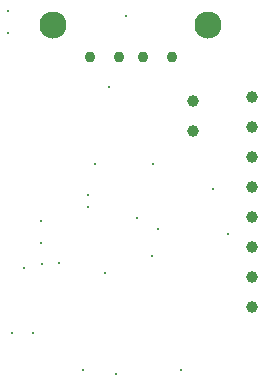
<source format=gbr>
%TF.GenerationSoftware,KiCad,Pcbnew,7.0.9*%
%TF.CreationDate,2024-08-25T17:31:08+01:00*%
%TF.ProjectId,RISKYKVM,5249534b-594b-4564-9d2e-6b696361645f,rev?*%
%TF.SameCoordinates,Original*%
%TF.FileFunction,Plated,1,4,PTH,Drill*%
%TF.FilePolarity,Positive*%
%FSLAX46Y46*%
G04 Gerber Fmt 4.6, Leading zero omitted, Abs format (unit mm)*
G04 Created by KiCad (PCBNEW 7.0.9) date 2024-08-25 17:31:08*
%MOMM*%
%LPD*%
G01*
G04 APERTURE LIST*
%TA.AperFunction,ViaDrill*%
%ADD10C,0.300000*%
%TD*%
%TA.AperFunction,ComponentDrill*%
%ADD11C,0.920000*%
%TD*%
%TA.AperFunction,ComponentDrill*%
%ADD12C,1.000000*%
%TD*%
%TA.AperFunction,ComponentDrill*%
%ADD13C,2.300000*%
%TD*%
G04 APERTURE END LIST*
D10*
X119775000Y-77375000D03*
X119800000Y-79250000D03*
X120150000Y-104630000D03*
X121131400Y-99134100D03*
X121925000Y-104650000D03*
X122600000Y-95100000D03*
X122600000Y-97000000D03*
X122630000Y-98740000D03*
X124077800Y-98676900D03*
X126145000Y-107797500D03*
X126530218Y-93916221D03*
X126566051Y-92941667D03*
X127107000Y-90344800D03*
X128010000Y-99540000D03*
X128360000Y-83820000D03*
X128900000Y-108100000D03*
X129720000Y-77770000D03*
X130700000Y-94900000D03*
X131980000Y-98100000D03*
X132085400Y-90319400D03*
X132466400Y-95831200D03*
X134455000Y-107797500D03*
X137100000Y-92450000D03*
X138400000Y-96200000D03*
D11*
%TO.C,J3*%
X126675000Y-81267100D03*
X129175000Y-81267100D03*
X131175000Y-81267100D03*
X133675000Y-81267100D03*
D12*
%TO.C,J2*%
X135400000Y-85000000D03*
X135400000Y-87540000D03*
%TO.C,J4*%
X140390000Y-84610000D03*
X140390000Y-87150000D03*
X140390000Y-89690000D03*
X140390000Y-92230000D03*
X140390000Y-94770000D03*
X140390000Y-97310000D03*
X140390000Y-99850000D03*
X140390000Y-102390000D03*
D13*
%TO.C,J3*%
X123605000Y-78557100D03*
X136745000Y-78557100D03*
M02*

</source>
